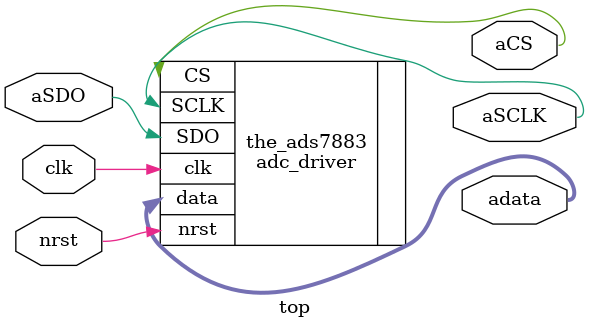
<source format=v>

module top(
	input clk, nrst,
	output aCS, aSCLK,
	input aSDO,
	output  [15:0] adata
);



 adc_driver the_ads7883(
	.clk(clk), .nrst(nrst),//low active
	.CS(aCS), .SCLK(aSCLK),
	.SDO(aSDO),
	.data(adata)

);
endmodule 
</source>
